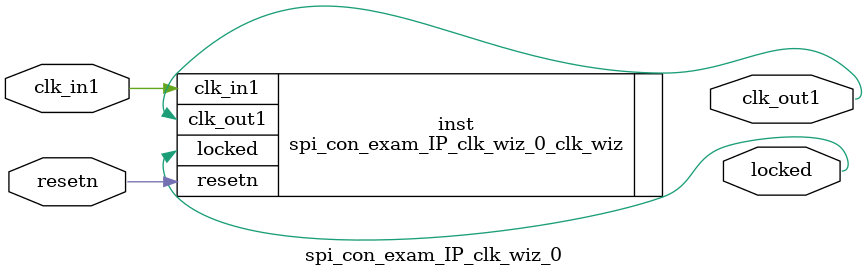
<source format=v>


`timescale 1ps/1ps

(* CORE_GENERATION_INFO = "spi_con_exam_IP_clk_wiz_0,clk_wiz_v6_0_14_0_0,{component_name=spi_con_exam_IP_clk_wiz_0,use_phase_alignment=true,use_min_o_jitter=false,use_max_i_jitter=false,use_dyn_phase_shift=false,use_inclk_switchover=false,use_dyn_reconfig=false,enable_axi=0,feedback_source=FDBK_AUTO,PRIMITIVE=MMCM,num_out_clk=1,clkin1_period=10.000,clkin2_period=10.000,use_power_down=false,use_reset=true,use_locked=true,use_inclk_stopped=false,feedback_type=SINGLE,CLOCK_MGR_TYPE=NA,manual_override=false}" *)

module spi_con_exam_IP_clk_wiz_0 
 (
  // Clock out ports
  output        clk_out1,
  // Status and control signals
  input         resetn,
  output        locked,
 // Clock in ports
  input         clk_in1
 );

  spi_con_exam_IP_clk_wiz_0_clk_wiz inst
  (
  // Clock out ports  
  .clk_out1(clk_out1),
  // Status and control signals               
  .resetn(resetn), 
  .locked(locked),
 // Clock in ports
  .clk_in1(clk_in1)
  );

endmodule

</source>
